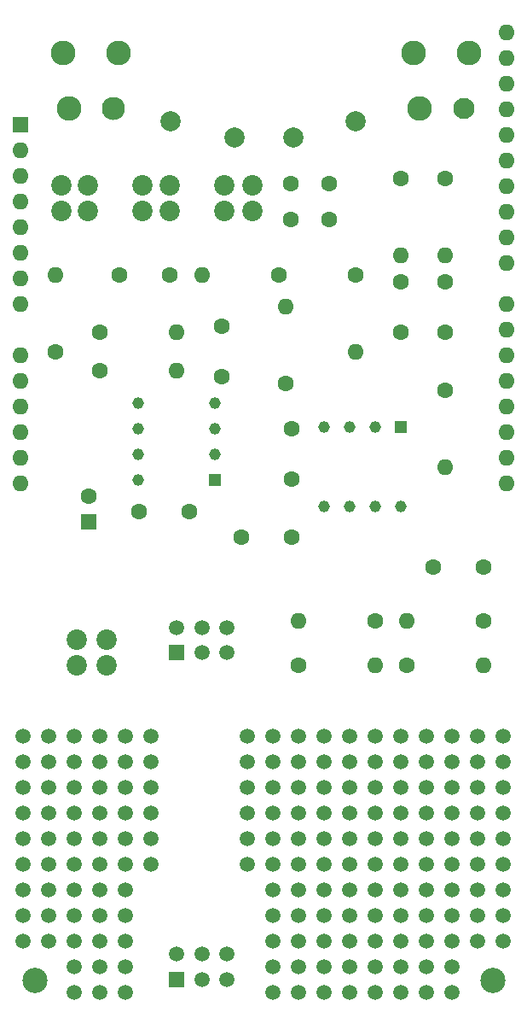
<source format=gbr>
G04 #@! TF.GenerationSoftware,KiCad,Pcbnew,(6.0.11)*
G04 #@! TF.CreationDate,2023-02-27T20:19:56+09:00*
G04 #@! TF.ProjectId,signalprocessing,7369676e-616c-4707-926f-63657373696e,rev?*
G04 #@! TF.SameCoordinates,Original*
G04 #@! TF.FileFunction,Soldermask,Top*
G04 #@! TF.FilePolarity,Negative*
%FSLAX46Y46*%
G04 Gerber Fmt 4.6, Leading zero omitted, Abs format (unit mm)*
G04 Created by KiCad (PCBNEW (6.0.11)) date 2023-02-27 20:19:56*
%MOMM*%
%LPD*%
G01*
G04 APERTURE LIST*
%ADD10C,1.600000*%
%ADD11R,1.160000X1.160000*%
%ADD12C,1.160000*%
%ADD13C,2.000000*%
%ADD14C,1.500000*%
%ADD15R,1.600000X1.600000*%
%ADD16O,1.600000X1.600000*%
%ADD17C,2.450000*%
%ADD18C,2.100000*%
%ADD19C,2.020000*%
%ADD20C,2.300000*%
%ADD21C,2.500000*%
%ADD22R,1.500000X1.500000*%
G04 APERTURE END LIST*
D10*
G04 #@! TO.C,C10*
X97115000Y-127000000D03*
X92115000Y-127000000D03*
G04 #@! TD*
G04 #@! TO.C,C5*
X121325000Y-132461000D03*
X126325000Y-132461000D03*
G04 #@! TD*
D11*
G04 #@! TO.C,IC1*
X118110000Y-118585000D03*
D12*
X115570000Y-118585000D03*
X113030000Y-118585000D03*
X110490000Y-118585000D03*
X110490000Y-126525000D03*
X113030000Y-126525000D03*
X115570000Y-126525000D03*
X118110000Y-126525000D03*
G04 #@! TD*
D11*
G04 #@! TO.C,IC2*
X99695000Y-123825000D03*
D12*
X99695000Y-121285000D03*
X99695000Y-118745000D03*
X99695000Y-116205000D03*
X92075000Y-116205000D03*
X92075000Y-118745000D03*
X92075000Y-121285000D03*
X92075000Y-123825000D03*
G04 #@! TD*
D13*
G04 #@! TO.C,TP4*
X101600000Y-89916000D03*
G04 #@! TD*
D14*
G04 #@! TO.C,REF\u002A\u002A30*
X105410000Y-156845000D03*
G04 #@! TD*
D10*
G04 #@! TO.C,C8*
X90210000Y-103505000D03*
X95210000Y-103505000D03*
G04 #@! TD*
D14*
G04 #@! TO.C,REF\u002A\u002A82*
X110490000Y-169545000D03*
G04 #@! TD*
G04 #@! TO.C,REF\u002A\u002A86*
X120650000Y-169545000D03*
G04 #@! TD*
G04 #@! TO.C,REF\u002A\u002A30*
X102870000Y-156845000D03*
G04 #@! TD*
G04 #@! TO.C,REF\u002A\u002A39*
X128270000Y-156845000D03*
G04 #@! TD*
G04 #@! TO.C,REF\u002A\u002A24*
X115570000Y-154305000D03*
G04 #@! TD*
G04 #@! TO.C,REF\u002A\u002A69*
X128270000Y-164465000D03*
G04 #@! TD*
G04 #@! TO.C,REF\u002A\u002A49*
X128270000Y-159385000D03*
G04 #@! TD*
G04 #@! TO.C,REF\u002A\u002A62*
X110490000Y-164465000D03*
G04 #@! TD*
D13*
G04 #@! TO.C,TP1*
X113665000Y-88265000D03*
G04 #@! TD*
D15*
G04 #@! TO.C,U1*
X80395000Y-88625000D03*
D16*
X80395000Y-91165000D03*
X80395000Y-93705000D03*
X80395000Y-96245000D03*
X80395000Y-98785000D03*
X80395000Y-101325000D03*
X80395000Y-103865000D03*
X80395000Y-106405000D03*
X80395000Y-111485000D03*
X80395000Y-114025000D03*
X80395000Y-116565000D03*
X80395000Y-119105000D03*
X80395000Y-121645000D03*
X80395000Y-124185000D03*
X128655000Y-124185000D03*
X128655000Y-121645000D03*
X128655000Y-119105000D03*
X128655000Y-116565000D03*
X128655000Y-114025000D03*
X128655000Y-111485000D03*
X128655000Y-108945000D03*
X128655000Y-106405000D03*
X128655000Y-102345000D03*
X128655000Y-99805000D03*
X128655000Y-97265000D03*
X128655000Y-94725000D03*
X128655000Y-92185000D03*
X128655000Y-89645000D03*
X128655000Y-87105000D03*
X128655000Y-84565000D03*
X128655000Y-82025000D03*
X128655000Y-79485000D03*
G04 #@! TD*
D14*
G04 #@! TO.C,REF\u002A\u002A26*
X120650000Y-154305000D03*
G04 #@! TD*
D10*
G04 #@! TO.C,R12*
X88265000Y-109220000D03*
D16*
X95885000Y-109220000D03*
G04 #@! TD*
D14*
G04 #@! TO.C,REF\u002A\u002A8*
X125730000Y-149225000D03*
G04 #@! TD*
D10*
G04 #@! TO.C,R10*
X83820000Y-111125000D03*
D16*
X83820000Y-103505000D03*
G04 #@! TD*
D10*
G04 #@! TO.C,R1*
X106680000Y-114300000D03*
D16*
X106680000Y-106680000D03*
G04 #@! TD*
D15*
G04 #@! TO.C,C11*
X87122000Y-127976000D03*
D10*
X87122000Y-125476000D03*
G04 #@! TD*
D17*
G04 #@! TO.C,J1*
X119974000Y-87067500D03*
X119424000Y-81567500D03*
X124924000Y-81567500D03*
D18*
X124374000Y-87067500D03*
G04 #@! TD*
D14*
G04 #@! TO.C,REF\u002A\u002A57*
X123190000Y-161925000D03*
G04 #@! TD*
G04 #@! TO.C,REF\u002A\u002A104*
X115570000Y-174625000D03*
G04 #@! TD*
G04 #@! TO.C,REF\u002A\u002A105*
X118110000Y-174625000D03*
G04 #@! TD*
D10*
G04 #@! TO.C,R3*
X118110000Y-93980000D03*
D16*
X118110000Y-101600000D03*
G04 #@! TD*
D14*
G04 #@! TO.C,REF\u002A\u002A85*
X118110000Y-169545000D03*
G04 #@! TD*
G04 #@! TO.C,REF\u002A\u002A56*
X120650000Y-161925000D03*
G04 #@! TD*
G04 #@! TO.C,REF\u002A\u002A61*
X107950000Y-164465000D03*
G04 #@! TD*
G04 #@! TO.C,REF\u002A\u002A46*
X88265000Y-159385000D03*
G04 #@! TD*
G04 #@! TO.C,REF\u002A\u002A1*
X107950000Y-149225000D03*
G04 #@! TD*
G04 #@! TO.C,REF\u002A\u002A97*
X90805000Y-172085000D03*
G04 #@! TD*
G04 #@! TO.C,REF\u002A\u002A96*
X88265000Y-172085000D03*
G04 #@! TD*
D10*
G04 #@! TO.C,C1*
X107275000Y-129540000D03*
X102275000Y-129540000D03*
G04 #@! TD*
D14*
G04 #@! TO.C,REF\u002A\u002A5*
X85725000Y-149225000D03*
G04 #@! TD*
G04 #@! TO.C,REF\u002A\u002A34*
X115570000Y-156845000D03*
G04 #@! TD*
G04 #@! TO.C,REF\u002A\u002A84*
X115570000Y-169545000D03*
G04 #@! TD*
G04 #@! TO.C,REF\u002A\u002A51*
X107950000Y-161925000D03*
G04 #@! TD*
D19*
G04 #@! TO.C,JP2*
X100585000Y-97155000D03*
X100585000Y-94615000D03*
G04 #@! TD*
D14*
G04 #@! TO.C,REF\u002A\u002A37*
X90805000Y-156845000D03*
G04 #@! TD*
G04 #@! TO.C,REF\u002A\u002A45*
X118110000Y-159385000D03*
G04 #@! TD*
G04 #@! TO.C,REF\u002A\u002A74*
X83185000Y-167005000D03*
G04 #@! TD*
G04 #@! TO.C,REF\u002A\u002A102*
X110490000Y-174625000D03*
G04 #@! TD*
G04 #@! TO.C,REF\u002A\u002A73*
X80645000Y-167005000D03*
G04 #@! TD*
G04 #@! TO.C,REF\u002A\u002A17*
X123190000Y-151765000D03*
G04 #@! TD*
G04 #@! TO.C,REF\u002A\u002A93*
X113030000Y-172085000D03*
G04 #@! TD*
G04 #@! TO.C,REF\u002A\u002A50*
X105410000Y-161925000D03*
G04 #@! TD*
G04 #@! TO.C,REF\u002A\u002A77*
X123190000Y-167005000D03*
G04 #@! TD*
G04 #@! TO.C,REF\u002A\u002A95*
X85725000Y-172085000D03*
G04 #@! TD*
G04 #@! TO.C,REF\u002A\u002A107*
X123190000Y-174625000D03*
G04 #@! TD*
G04 #@! TO.C,REF\u002A\u002A6*
X88265000Y-149225000D03*
G04 #@! TD*
D10*
G04 #@! TO.C,R9*
X115570000Y-137795000D03*
D16*
X107950000Y-137795000D03*
G04 #@! TD*
D14*
G04 #@! TO.C,REF\u002A\u002A15*
X85725000Y-151765000D03*
G04 #@! TD*
G04 #@! TO.C,REF\u002A\u002A3*
X80645000Y-149225000D03*
G04 #@! TD*
G04 #@! TO.C,REF\u002A\u002A106*
X88265000Y-174625000D03*
G04 #@! TD*
G04 #@! TO.C,REF\u002A\u002A92*
X110490000Y-172085000D03*
G04 #@! TD*
G04 #@! TO.C,REF\u002A\u002A33*
X113030000Y-156845000D03*
G04 #@! TD*
G04 #@! TO.C,REF\u002A\u002A55*
X118110000Y-161925000D03*
G04 #@! TD*
G04 #@! TO.C,REF\u002A\u002A48*
X125730000Y-159385000D03*
G04 #@! TD*
G04 #@! TO.C,REF\u002A\u002A38*
X125730000Y-156845000D03*
G04 #@! TD*
G04 #@! TO.C,REF\u002A\u002A74*
X115570000Y-167005000D03*
G04 #@! TD*
D13*
G04 #@! TO.C,TP3*
X95250000Y-88265000D03*
G04 #@! TD*
D14*
G04 #@! TO.C,REF\u002A\u002A57*
X90805000Y-161925000D03*
G04 #@! TD*
G04 #@! TO.C,REF\u002A\u002A27*
X123190000Y-154305000D03*
G04 #@! TD*
G04 #@! TO.C,REF\u002A\u002A19*
X128270000Y-151765000D03*
G04 #@! TD*
G04 #@! TO.C,REF\u002A\u002A28*
X125730000Y-154305000D03*
G04 #@! TD*
G04 #@! TO.C,REF\u002A\u002A42*
X110490000Y-159385000D03*
G04 #@! TD*
G04 #@! TO.C,REF\u002A\u002A91*
X107950000Y-172085000D03*
G04 #@! TD*
G04 #@! TO.C,REF\u002A\u002A55*
X85725000Y-161925000D03*
G04 #@! TD*
G04 #@! TO.C,REF\u002A\u002A35*
X118110000Y-156845000D03*
G04 #@! TD*
G04 #@! TO.C,REF\u002A\u002A73*
X113030000Y-167005000D03*
G04 #@! TD*
D10*
G04 #@! TO.C,C7*
X107228000Y-94488000D03*
X111038000Y-94488000D03*
G04 #@! TD*
D14*
G04 #@! TO.C,REF\u002A\u002A97*
X123190000Y-172085000D03*
G04 #@! TD*
D17*
G04 #@! TO.C,J2*
X85176000Y-87067500D03*
X84626000Y-81567500D03*
X90126000Y-81567500D03*
D20*
X89576000Y-87067500D03*
G04 #@! TD*
D10*
G04 #@! TO.C,R6*
X118745000Y-142240000D03*
D16*
X126365000Y-142240000D03*
G04 #@! TD*
D14*
G04 #@! TO.C,REF\u002A\u002A79*
X128270000Y-167005000D03*
G04 #@! TD*
G04 #@! TO.C,REF\u002A\u002A20*
X105410000Y-154305000D03*
G04 #@! TD*
D19*
G04 #@! TO.C,JP3*
X95195000Y-97152500D03*
X95195000Y-94612500D03*
G04 #@! TD*
D14*
G04 #@! TO.C,REF\u002A\u002A70*
X105410000Y-167005000D03*
G04 #@! TD*
G04 #@! TO.C,REF\u002A\u002A34*
X83185000Y-156845000D03*
G04 #@! TD*
G04 #@! TO.C,REF\u002A\u002A50*
X93345000Y-161925000D03*
G04 #@! TD*
G04 #@! TO.C,REF\u002A\u002A76*
X120650000Y-167005000D03*
G04 #@! TD*
G04 #@! TO.C,REF\u002A\u002A6*
X120650000Y-149225000D03*
G04 #@! TD*
G04 #@! TO.C,REF\u002A\u002A25*
X118110000Y-154305000D03*
G04 #@! TD*
G04 #@! TO.C,REF\u002A\u002A40*
X102870000Y-159385000D03*
G04 #@! TD*
D19*
G04 #@! TO.C,JP1*
X88900000Y-142240000D03*
X88900000Y-139700000D03*
G04 #@! TD*
D14*
G04 #@! TO.C,REF\u002A\u002A36*
X120650000Y-156845000D03*
G04 #@! TD*
G04 #@! TO.C,REF\u002A\u002A44*
X83185000Y-159385000D03*
G04 #@! TD*
G04 #@! TO.C,REF\u002A\u002A24*
X83185000Y-154305000D03*
G04 #@! TD*
G04 #@! TO.C,REF\u002A\u002A88*
X125730000Y-169545000D03*
G04 #@! TD*
G04 #@! TO.C,REF\u002A\u002A31*
X107950000Y-156845000D03*
G04 #@! TD*
G04 #@! TO.C,REF\u002A\u002A87*
X123190000Y-169545000D03*
G04 #@! TD*
D21*
G04 #@! TO.C,REF\u002A\u002A*
X127254000Y-173482000D03*
G04 #@! TD*
D14*
G04 #@! TO.C,REF\u002A\u002A4*
X83185000Y-149225000D03*
G04 #@! TD*
D10*
G04 #@! TO.C,R7*
X126365000Y-137795000D03*
D16*
X118745000Y-137795000D03*
G04 #@! TD*
D14*
G04 #@! TO.C,REF\u002A\u002A18*
X125730000Y-151765000D03*
G04 #@! TD*
G04 #@! TO.C,REF\u002A\u002A11*
X107950000Y-151765000D03*
G04 #@! TD*
G04 #@! TO.C,REF\u002A\u002A7*
X123190000Y-149225000D03*
G04 #@! TD*
G04 #@! TO.C,REF\u002A\u002A26*
X88265000Y-154305000D03*
G04 #@! TD*
G04 #@! TO.C,REF\u002A\u002A16*
X88265000Y-151765000D03*
G04 #@! TD*
G04 #@! TO.C,REF\u002A\u002A50*
X102870000Y-161925000D03*
G04 #@! TD*
G04 #@! TO.C,REF\u002A\u002A*
X102870000Y-149225000D03*
G04 #@! TD*
G04 #@! TO.C,REF\u002A\u002A40*
X93345000Y-159385000D03*
G04 #@! TD*
D10*
G04 #@! TO.C,R8*
X107950000Y-142240000D03*
D16*
X115570000Y-142240000D03*
G04 #@! TD*
D14*
G04 #@! TO.C,REF\u002A\u002A40*
X105410000Y-159385000D03*
G04 #@! TD*
D10*
G04 #@! TO.C,R13*
X88265000Y-113030000D03*
D16*
X95885000Y-113030000D03*
G04 #@! TD*
D14*
G04 #@! TO.C,REF\u002A\u002A46*
X120650000Y-159385000D03*
G04 #@! TD*
D10*
G04 #@! TO.C,R11*
X106045000Y-103505000D03*
D16*
X98425000Y-103505000D03*
G04 #@! TD*
D14*
G04 #@! TO.C,REF\u002A\u002A94*
X115570000Y-172085000D03*
G04 #@! TD*
G04 #@! TO.C,REF\u002A\u002A95*
X118110000Y-172085000D03*
G04 #@! TD*
G04 #@! TO.C,REF\u002A\u002A15*
X118110000Y-151765000D03*
G04 #@! TD*
G04 #@! TO.C,REF\u002A\u002A47*
X90805000Y-159385000D03*
G04 #@! TD*
G04 #@! TO.C,REF\u002A\u002A43*
X80645000Y-159385000D03*
G04 #@! TD*
G04 #@! TO.C,REF\u002A\u002A14*
X83185000Y-151765000D03*
G04 #@! TD*
G04 #@! TO.C,REF\u002A\u002A53*
X113030000Y-161925000D03*
G04 #@! TD*
G04 #@! TO.C,REF\u002A\u002A21*
X107950000Y-154305000D03*
G04 #@! TD*
D19*
G04 #@! TO.C,JP11*
X85993500Y-139700000D03*
X85993500Y-142240000D03*
G04 #@! TD*
D14*
G04 #@! TO.C,REF\u002A\u002A77*
X90805000Y-167005000D03*
G04 #@! TD*
G04 #@! TO.C,REF\u002A\u002A64*
X115570000Y-164465000D03*
G04 #@! TD*
G04 #@! TO.C,REF\u002A\u002A58*
X125730000Y-161925000D03*
G04 #@! TD*
G04 #@! TO.C,REF\u002A\u002A37*
X123190000Y-156845000D03*
G04 #@! TD*
G04 #@! TO.C,REF\u002A\u002A80*
X105410000Y-169545000D03*
G04 #@! TD*
G04 #@! TO.C,REF\u002A\u002A29*
X128270000Y-154305000D03*
G04 #@! TD*
G04 #@! TO.C,REF\u002A\u002A44*
X115570000Y-159385000D03*
G04 #@! TD*
G04 #@! TO.C,REF\u002A\u002A90*
X105410000Y-172085000D03*
G04 #@! TD*
G04 #@! TO.C,REF\u002A\u002A65*
X118110000Y-164465000D03*
G04 #@! TD*
G04 #@! TO.C,REF\u002A\u002A10*
X102870000Y-151765000D03*
G04 #@! TD*
D19*
G04 #@! TO.C,JP12*
X103374000Y-97155000D03*
X103374000Y-94615000D03*
G04 #@! TD*
D14*
G04 #@! TO.C,REF\u002A\u002A13*
X113030000Y-151765000D03*
G04 #@! TD*
G04 #@! TO.C,REF\u002A\u002A75*
X118110000Y-167005000D03*
G04 #@! TD*
G04 #@! TO.C,REF\u002A\u002A67*
X123190000Y-164465000D03*
G04 #@! TD*
G04 #@! TO.C,REF\u002A\u002A84*
X83185000Y-169545000D03*
G04 #@! TD*
G04 #@! TO.C,REF\u002A\u002A59*
X128270000Y-161925000D03*
G04 #@! TD*
G04 #@! TO.C,REF\u002A\u002A100*
X105410000Y-174625000D03*
G04 #@! TD*
G04 #@! TO.C,REF\u002A\u002A14*
X115570000Y-151765000D03*
G04 #@! TD*
G04 #@! TO.C,REF\u002A\u002A107*
X90805000Y-174625000D03*
G04 #@! TD*
G04 #@! TO.C,REF\u002A\u002A4*
X115570000Y-149225000D03*
G04 #@! TD*
G04 #@! TO.C,REF\u002A\u002A54*
X115570000Y-161925000D03*
G04 #@! TD*
G04 #@! TO.C,REF\u002A\u002A36*
X88265000Y-156845000D03*
G04 #@! TD*
G04 #@! TO.C,REF\u002A\u002A63*
X80645000Y-164465000D03*
G04 #@! TD*
G04 #@! TO.C,REF\u002A\u002A52*
X110490000Y-161925000D03*
G04 #@! TD*
G04 #@! TO.C,REF\u002A\u002A45*
X85725000Y-159385000D03*
G04 #@! TD*
G04 #@! TO.C,REF\u002A\u002A65*
X85725000Y-164465000D03*
G04 #@! TD*
G04 #@! TO.C,REF\u002A\u002A47*
X123190000Y-159385000D03*
G04 #@! TD*
D10*
G04 #@! TO.C,C6*
X107228000Y-98044000D03*
X111038000Y-98044000D03*
G04 #@! TD*
D13*
G04 #@! TO.C,TP2*
X107442000Y-89916000D03*
G04 #@! TD*
D10*
G04 #@! TO.C,C3*
X122555000Y-104180000D03*
X122555000Y-109180000D03*
G04 #@! TD*
D14*
G04 #@! TO.C,REF\u002A\u002A53*
X80645000Y-161925000D03*
G04 #@! TD*
G04 #@! TO.C,REF\u002A\u002A23*
X80645000Y-154305000D03*
G04 #@! TD*
D22*
G04 #@! TO.C,RV1*
X95885000Y-173355000D03*
D14*
X98385000Y-173355000D03*
X100885000Y-173355000D03*
X95885000Y-170855000D03*
X98385000Y-170855000D03*
X100885000Y-170855000D03*
G04 #@! TD*
G04 #@! TO.C,REF\u002A\u002A16*
X120650000Y-151765000D03*
G04 #@! TD*
G04 #@! TO.C,REF\u002A\u002A63*
X113030000Y-164465000D03*
G04 #@! TD*
G04 #@! TO.C,REF\u002A\u002A87*
X90805000Y-169545000D03*
G04 #@! TD*
G04 #@! TO.C,REF\u002A\u002A27*
X90805000Y-154305000D03*
G04 #@! TD*
G04 #@! TO.C,REF\u002A\u002A20*
X102870000Y-154305000D03*
G04 #@! TD*
G04 #@! TO.C,REF\u002A\u002A60*
X105410000Y-164465000D03*
G04 #@! TD*
G04 #@! TO.C,REF\u002A\u002A12*
X110490000Y-151765000D03*
G04 #@! TD*
G04 #@! TO.C,REF\u002A\u002A66*
X88265000Y-164465000D03*
G04 #@! TD*
G04 #@! TO.C,REF\u002A\u002A10*
X105410000Y-151765000D03*
G04 #@! TD*
G04 #@! TO.C,REF\u002A\u002A81*
X107950000Y-169545000D03*
G04 #@! TD*
G04 #@! TO.C,REF\u002A\u002A5*
X118110000Y-149225000D03*
G04 #@! TD*
D10*
G04 #@! TO.C,C9*
X100330000Y-113625000D03*
X100330000Y-108625000D03*
G04 #@! TD*
D14*
G04 #@! TO.C,REF\u002A\u002A66*
X120650000Y-164465000D03*
G04 #@! TD*
G04 #@! TO.C,REF\u002A\u002A13*
X80645000Y-151765000D03*
G04 #@! TD*
G04 #@! TO.C,REF\u002A\u002A17*
X90805000Y-151765000D03*
G04 #@! TD*
G04 #@! TO.C,REF\u002A\u002A20*
X93345000Y-154305000D03*
G04 #@! TD*
G04 #@! TO.C,REF\u002A\u002A23*
X113030000Y-154305000D03*
G04 #@! TD*
G04 #@! TO.C,REF\u002A\u002A83*
X80645000Y-169545000D03*
G04 #@! TD*
D10*
G04 #@! TO.C,R2*
X113665000Y-103505000D03*
D16*
X113665000Y-111125000D03*
G04 #@! TD*
D10*
G04 #@! TO.C,C4*
X107315000Y-118785000D03*
X107315000Y-123785000D03*
G04 #@! TD*
D14*
G04 #@! TO.C,REF\u002A\u002A85*
X85725000Y-169545000D03*
G04 #@! TD*
G04 #@! TO.C,REF\u002A\u002A68*
X125730000Y-164465000D03*
G04 #@! TD*
G04 #@! TO.C,REF\u002A\u002A67*
X90805000Y-164465000D03*
G04 #@! TD*
G04 #@! TO.C,REF\u002A\u002A30*
X93345000Y-156845000D03*
G04 #@! TD*
G04 #@! TO.C,REF\u002A\u002A22*
X110490000Y-154305000D03*
G04 #@! TD*
G04 #@! TO.C,REF\u002A\u002A3*
X113030000Y-149225000D03*
G04 #@! TD*
G04 #@! TO.C,REF\u002A\u002A25*
X85725000Y-154305000D03*
G04 #@! TD*
G04 #@! TO.C,REF\u002A\u002A54*
X83185000Y-161925000D03*
G04 #@! TD*
D21*
G04 #@! TO.C,REF\u002A\u002A*
X81788000Y-173482000D03*
G04 #@! TD*
D14*
G04 #@! TO.C,REF\u002A\u002A89*
X128270000Y-169545000D03*
G04 #@! TD*
G04 #@! TO.C,REF\u002A\u002A2*
X110490000Y-149225000D03*
G04 #@! TD*
D19*
G04 #@! TO.C,JP14*
X84455000Y-94615000D03*
X84455000Y-97155000D03*
G04 #@! TD*
D14*
G04 #@! TO.C,REF\u002A\u002A76*
X88265000Y-167005000D03*
G04 #@! TD*
G04 #@! TO.C,REF\u002A\u002A10*
X93345000Y-151765000D03*
G04 #@! TD*
G04 #@! TO.C,REF\u002A\u002A35*
X85725000Y-156845000D03*
G04 #@! TD*
G04 #@! TO.C,REF\u002A\u002A75*
X85725000Y-167005000D03*
G04 #@! TD*
D10*
G04 #@! TO.C,R5*
X122555000Y-114935000D03*
D16*
X122555000Y-122555000D03*
G04 #@! TD*
D10*
G04 #@! TO.C,C2*
X118110000Y-104180000D03*
X118110000Y-109180000D03*
G04 #@! TD*
D14*
G04 #@! TO.C,REF\u002A\u002A32*
X110490000Y-156845000D03*
G04 #@! TD*
G04 #@! TO.C,REF\u002A\u002A64*
X83185000Y-164465000D03*
G04 #@! TD*
G04 #@! TO.C,REF\u002A\u002A43*
X113030000Y-159385000D03*
G04 #@! TD*
G04 #@! TO.C,REF\u002A\u002A105*
X85725000Y-174625000D03*
G04 #@! TD*
G04 #@! TO.C,REF\u002A\u002A9*
X128270000Y-149225000D03*
G04 #@! TD*
G04 #@! TO.C,REF\u002A\u002A7*
X90805000Y-149225000D03*
G04 #@! TD*
G04 #@! TO.C,REF\u002A\u002A106*
X120650000Y-174625000D03*
G04 #@! TD*
G04 #@! TO.C,REF\u002A\u002A103*
X113030000Y-174625000D03*
G04 #@! TD*
D19*
G04 #@! TO.C,JP4*
X87067000Y-97155000D03*
X87067000Y-94615000D03*
G04 #@! TD*
G04 #@! TO.C,JP13*
X92511000Y-94620000D03*
X92511000Y-97160000D03*
G04 #@! TD*
D14*
G04 #@! TO.C,REF\u002A\u002A86*
X88265000Y-169545000D03*
G04 #@! TD*
G04 #@! TO.C,REF\u002A\u002A*
X93345000Y-149225000D03*
G04 #@! TD*
G04 #@! TO.C,REF\u002A\u002A72*
X110490000Y-167005000D03*
G04 #@! TD*
G04 #@! TO.C,REF\u002A\u002A33*
X80645000Y-156845000D03*
G04 #@! TD*
G04 #@! TO.C,REF\u002A\u002A56*
X88265000Y-161925000D03*
G04 #@! TD*
G04 #@! TO.C,REF\u002A\u002A*
X105410000Y-149225000D03*
G04 #@! TD*
G04 #@! TO.C,REF\u002A\u002A101*
X107950000Y-174625000D03*
G04 #@! TD*
G04 #@! TO.C,REF\u002A\u002A41*
X107950000Y-159385000D03*
G04 #@! TD*
G04 #@! TO.C,REF\u002A\u002A96*
X120650000Y-172085000D03*
G04 #@! TD*
G04 #@! TO.C,REF\u002A\u002A71*
X107950000Y-167005000D03*
G04 #@! TD*
G04 #@! TO.C,REF\u002A\u002A78*
X125730000Y-167005000D03*
G04 #@! TD*
D22*
G04 #@! TO.C,RV1*
X95885000Y-140970000D03*
D14*
X98385000Y-140970000D03*
X100885000Y-140970000D03*
X95885000Y-138470000D03*
X98385000Y-138470000D03*
X100885000Y-138470000D03*
G04 #@! TD*
G04 #@! TO.C,REF\u002A\u002A83*
X113030000Y-169545000D03*
G04 #@! TD*
D10*
G04 #@! TO.C,R4*
X122555000Y-93980000D03*
D16*
X122555000Y-101600000D03*
G04 #@! TD*
M02*

</source>
